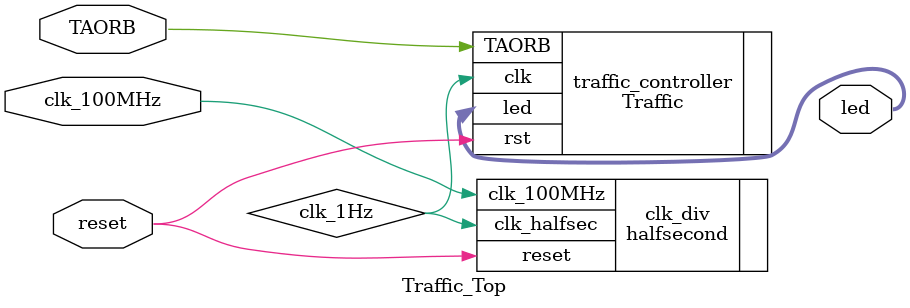
<source format=sv>
module Traffic_Top (
    input logic clk_100MHz,
    input logic reset,
    input logic TAORB, // Traffic signal indicating which road has traffic
    output logic [5:0] led // LED output for traffic light states
);

    // Signal for 1Hz clock
    logic clk_1Hz;

    // Half-second clock divider instance
    halfsecond clk_div (
        .clk_100MHz(clk_100MHz),
        .reset(reset),
        .clk_halfsec(clk_1Hz)
    );

    // Traffic light FSM instance
    Traffic traffic_controller (
        .clk(clk_1Hz),
        .rst(reset),
        .TAORB(TAORB),
        .led(led)
    );

endmodule

</source>
